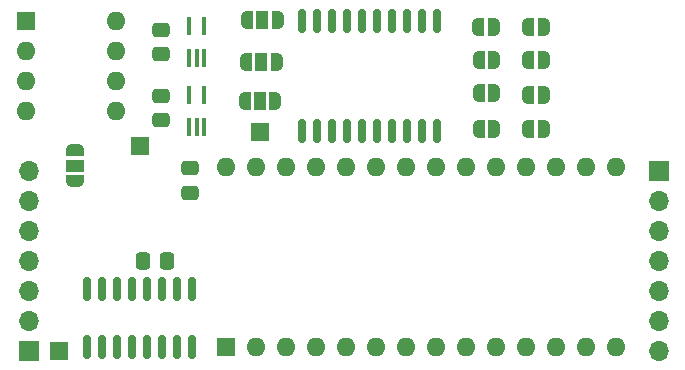
<source format=gbr>
%TF.GenerationSoftware,KiCad,Pcbnew,7.0.10*%
%TF.CreationDate,2024-02-26T12:25:31-08:00*%
%TF.ProjectId,vgaterm-top,76676174-6572-46d2-9d74-6f702e6b6963,rev?*%
%TF.SameCoordinates,Original*%
%TF.FileFunction,Soldermask,Top*%
%TF.FilePolarity,Negative*%
%FSLAX46Y46*%
G04 Gerber Fmt 4.6, Leading zero omitted, Abs format (unit mm)*
G04 Created by KiCad (PCBNEW 7.0.10) date 2024-02-26 12:25:31*
%MOMM*%
%LPD*%
G01*
G04 APERTURE LIST*
G04 Aperture macros list*
%AMRoundRect*
0 Rectangle with rounded corners*
0 $1 Rounding radius*
0 $2 $3 $4 $5 $6 $7 $8 $9 X,Y pos of 4 corners*
0 Add a 4 corners polygon primitive as box body*
4,1,4,$2,$3,$4,$5,$6,$7,$8,$9,$2,$3,0*
0 Add four circle primitives for the rounded corners*
1,1,$1+$1,$2,$3*
1,1,$1+$1,$4,$5*
1,1,$1+$1,$6,$7*
1,1,$1+$1,$8,$9*
0 Add four rect primitives between the rounded corners*
20,1,$1+$1,$2,$3,$4,$5,0*
20,1,$1+$1,$4,$5,$6,$7,0*
20,1,$1+$1,$6,$7,$8,$9,0*
20,1,$1+$1,$8,$9,$2,$3,0*%
%AMFreePoly0*
4,1,19,0.550000,-0.750000,0.000000,-0.750000,0.000000,-0.744911,-0.071157,-0.744911,-0.207708,-0.704816,-0.327430,-0.627875,-0.420627,-0.520320,-0.479746,-0.390866,-0.500000,-0.250000,-0.500000,0.250000,-0.479746,0.390866,-0.420627,0.520320,-0.327430,0.627875,-0.207708,0.704816,-0.071157,0.744911,0.000000,0.744911,0.000000,0.750000,0.550000,0.750000,0.550000,-0.750000,0.550000,-0.750000,
$1*%
%AMFreePoly1*
4,1,19,0.000000,0.744911,0.071157,0.744911,0.207708,0.704816,0.327430,0.627875,0.420627,0.520320,0.479746,0.390866,0.500000,0.250000,0.500000,-0.250000,0.479746,-0.390866,0.420627,-0.520320,0.327430,-0.627875,0.207708,-0.704816,0.071157,-0.744911,0.000000,-0.744911,0.000000,-0.750000,-0.550000,-0.750000,-0.550000,0.750000,0.000000,0.750000,0.000000,0.744911,0.000000,0.744911,
$1*%
%AMFreePoly2*
4,1,19,0.500000,-0.750000,0.000000,-0.750000,0.000000,-0.744911,-0.071157,-0.744911,-0.207708,-0.704816,-0.327430,-0.627875,-0.420627,-0.520320,-0.479746,-0.390866,-0.500000,-0.250000,-0.500000,0.250000,-0.479746,0.390866,-0.420627,0.520320,-0.327430,0.627875,-0.207708,0.704816,-0.071157,0.744911,0.000000,0.744911,0.000000,0.750000,0.500000,0.750000,0.500000,-0.750000,0.500000,-0.750000,
$1*%
%AMFreePoly3*
4,1,19,0.000000,0.744911,0.071157,0.744911,0.207708,0.704816,0.327430,0.627875,0.420627,0.520320,0.479746,0.390866,0.500000,0.250000,0.500000,-0.250000,0.479746,-0.390866,0.420627,-0.520320,0.327430,-0.627875,0.207708,-0.704816,0.071157,-0.744911,0.000000,-0.744911,0.000000,-0.750000,-0.500000,-0.750000,-0.500000,0.750000,0.000000,0.750000,0.000000,0.744911,0.000000,0.744911,
$1*%
G04 Aperture macros list end*
%ADD10FreePoly0,180.000000*%
%ADD11R,1.000000X1.500000*%
%ADD12FreePoly1,180.000000*%
%ADD13FreePoly2,0.000000*%
%ADD14FreePoly3,0.000000*%
%ADD15R,1.500000X1.500000*%
%ADD16FreePoly0,0.000000*%
%ADD17FreePoly1,0.000000*%
%ADD18RoundRect,0.250000X0.475000X-0.337500X0.475000X0.337500X-0.475000X0.337500X-0.475000X-0.337500X0*%
%ADD19RoundRect,0.250000X0.337500X0.475000X-0.337500X0.475000X-0.337500X-0.475000X0.337500X-0.475000X0*%
%ADD20RoundRect,0.150000X-0.150000X0.825000X-0.150000X-0.825000X0.150000X-0.825000X0.150000X0.825000X0*%
%ADD21R,1.600000X1.600000*%
%ADD22O,1.600000X1.600000*%
%ADD23RoundRect,0.150000X0.150000X-0.875000X0.150000X0.875000X-0.150000X0.875000X-0.150000X-0.875000X0*%
%ADD24FreePoly0,90.000000*%
%ADD25R,1.500000X1.000000*%
%ADD26FreePoly1,90.000000*%
%ADD27R,0.400000X1.500000*%
%ADD28R,1.700000X1.700000*%
%ADD29O,1.700000X1.700000*%
G04 APERTURE END LIST*
D10*
%TO.C,JP1*%
X77373000Y-58293000D03*
D11*
X76073000Y-58293000D03*
D12*
X74773000Y-58293000D03*
%TD*%
D13*
%TO.C,JP2*%
X94487999Y-64008000D03*
D14*
X95787999Y-64008000D03*
%TD*%
D15*
%TO.C,TP3*%
X75946000Y-64262000D03*
%TD*%
D16*
%TO.C,JP3*%
X74676000Y-61595000D03*
D11*
X75976000Y-61595000D03*
D17*
X77276000Y-61595000D03*
%TD*%
D18*
%TO.C,C11*%
X67564000Y-57679500D03*
X67564000Y-55604500D03*
%TD*%
D19*
%TO.C,C14*%
X68115000Y-75184000D03*
X66040000Y-75184000D03*
%TD*%
D13*
%TO.C,JP10*%
X98679000Y-55372000D03*
D14*
X99979000Y-55372000D03*
%TD*%
D20*
%TO.C,U1*%
X70176700Y-77535000D03*
X68906700Y-77535000D03*
X67636700Y-77535000D03*
X66366700Y-77535000D03*
X65096700Y-77535000D03*
X63826700Y-77535000D03*
X62556700Y-77535000D03*
X61286700Y-77535000D03*
X61286700Y-82485000D03*
X62556700Y-82485000D03*
X63826700Y-82485000D03*
X65096700Y-82485000D03*
X66366700Y-82485000D03*
X67636700Y-82485000D03*
X68906700Y-82485000D03*
X70176700Y-82485000D03*
%TD*%
D18*
%TO.C,C10*%
X67564000Y-63267500D03*
X67564000Y-61192500D03*
%TD*%
D21*
%TO.C,U4*%
X73097700Y-82426000D03*
D22*
X75637700Y-82426000D03*
X78177700Y-82426000D03*
X80717700Y-82426000D03*
X83257700Y-82426000D03*
X85797700Y-82426000D03*
X88337700Y-82426000D03*
X90877700Y-82426000D03*
X93417700Y-82426000D03*
X95957700Y-82426000D03*
X98497700Y-82426000D03*
X101037700Y-82426000D03*
X103577700Y-82426000D03*
X106117700Y-82426000D03*
X106117700Y-67186000D03*
X103577700Y-67186000D03*
X101037700Y-67186000D03*
X98497700Y-67186000D03*
X95957700Y-67186000D03*
X93417700Y-67186000D03*
X90877700Y-67186000D03*
X88337700Y-67186000D03*
X85797700Y-67186000D03*
X83257700Y-67186000D03*
X80717700Y-67186000D03*
X78177700Y-67186000D03*
X75637700Y-67186000D03*
X73097700Y-67186000D03*
%TD*%
D13*
%TO.C,JP5*%
X94488000Y-60960000D03*
D14*
X95788000Y-60960000D03*
%TD*%
D23*
%TO.C,U8*%
X79502000Y-64164000D03*
X80772000Y-64164000D03*
X82042000Y-64164000D03*
X83312000Y-64164000D03*
X84582000Y-64164000D03*
X85852000Y-64164000D03*
X87122000Y-64164000D03*
X88392000Y-64164000D03*
X89662000Y-64164000D03*
X90932000Y-64164000D03*
X90932000Y-54864000D03*
X89662000Y-54864000D03*
X88392000Y-54864000D03*
X87122000Y-54864000D03*
X85852000Y-54864000D03*
X84582000Y-54864000D03*
X83312000Y-54864000D03*
X82042000Y-54864000D03*
X80772000Y-54864000D03*
X79502000Y-54864000D03*
%TD*%
D13*
%TO.C,JP9*%
X94458000Y-55372000D03*
D14*
X95758000Y-55372000D03*
%TD*%
D13*
%TO.C,JP6*%
X98679000Y-61087000D03*
D14*
X99979000Y-61087000D03*
%TD*%
D24*
%TO.C,JP12*%
X60325000Y-68386000D03*
D25*
X60325000Y-67086000D03*
D26*
X60325000Y-65786000D03*
%TD*%
D21*
%TO.C,X1*%
X56134000Y-54864000D03*
D22*
X56134000Y-57404000D03*
X56134000Y-59944000D03*
X56134000Y-62484000D03*
X63754000Y-62484000D03*
X63754000Y-59944000D03*
X63754000Y-57404000D03*
X63754000Y-54864000D03*
%TD*%
D13*
%TO.C,JP4*%
X98679000Y-64008000D03*
D14*
X99979000Y-64008000D03*
%TD*%
D18*
%TO.C,C7*%
X70049700Y-69385000D03*
X70049700Y-67310000D03*
%TD*%
D15*
%TO.C,TP2*%
X65786000Y-65405000D03*
%TD*%
D27*
%TO.C,U10*%
X69962000Y-63786500D03*
X70612000Y-63786500D03*
X71262000Y-63786500D03*
X71262000Y-61126500D03*
X69962000Y-61126500D03*
%TD*%
D13*
%TO.C,JP7*%
X94488000Y-58166000D03*
D14*
X95788000Y-58166000D03*
%TD*%
D15*
%TO.C,TP1*%
X58928000Y-82804000D03*
%TD*%
D16*
%TO.C,JP11*%
X74870000Y-54737000D03*
D11*
X76170000Y-54737000D03*
D17*
X77470000Y-54737000D03*
%TD*%
D13*
%TO.C,JP8*%
X98679000Y-58166000D03*
D14*
X99979000Y-58166000D03*
%TD*%
D27*
%TO.C,U9*%
X69962000Y-57950500D03*
X70612000Y-57950500D03*
X71262000Y-57950500D03*
X71262000Y-55290500D03*
X69962000Y-55290500D03*
%TD*%
D28*
%TO.C,J2*%
X109728000Y-67564000D03*
D29*
X109728000Y-70104000D03*
X109728000Y-72644000D03*
X109728000Y-75184000D03*
X109728000Y-77724000D03*
X109728000Y-80264000D03*
X109728000Y-82804000D03*
%TD*%
D28*
%TO.C,J1*%
X56388000Y-82804000D03*
D29*
X56388000Y-80264000D03*
X56388000Y-77724000D03*
X56388000Y-75184000D03*
X56388000Y-72644000D03*
X56388000Y-70104000D03*
X56388000Y-67564000D03*
%TD*%
M02*

</source>
